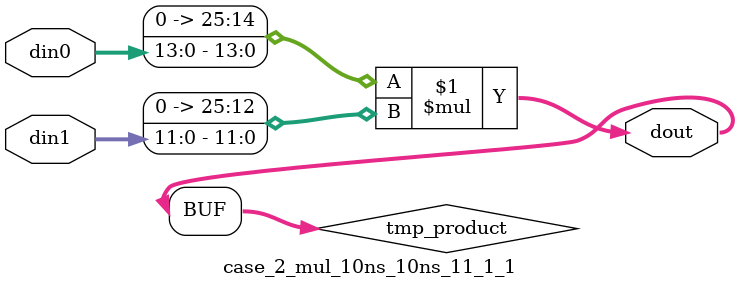
<source format=v>

`timescale 1 ns / 1 ps

 (* use_dsp = "no" *)  module case_2_mul_10ns_10ns_11_1_1(din0, din1, dout);
parameter ID = 1;
parameter NUM_STAGE = 0;
parameter din0_WIDTH = 14;
parameter din1_WIDTH = 12;
parameter dout_WIDTH = 26;

input [din0_WIDTH - 1 : 0] din0; 
input [din1_WIDTH - 1 : 0] din1; 
output [dout_WIDTH - 1 : 0] dout;

wire signed [dout_WIDTH - 1 : 0] tmp_product;
























assign tmp_product = $signed({1'b0, din0}) * $signed({1'b0, din1});











assign dout = tmp_product;





















endmodule

</source>
